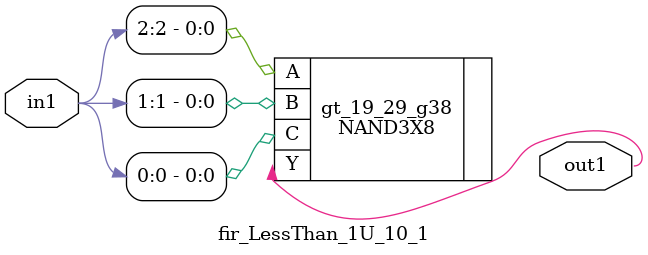
<source format=v>
`timescale 1ps / 1ps


module fir_LessThan_1U_10_1(in1, out1);
  input [2:0] in1;
  output out1;
  wire [2:0] in1;
  wire out1;
  NAND3X8 gt_19_29_g38(.A (in1[2]), .B (in1[1]), .C (in1[0]), .Y
       (out1));
endmodule



</source>
